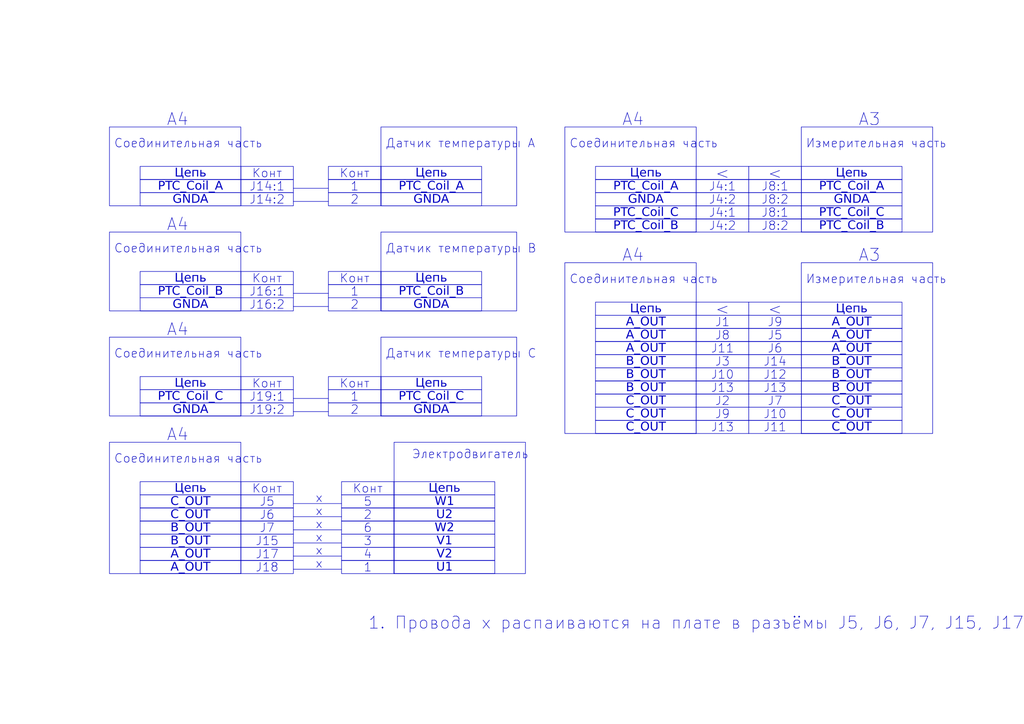
<source format=kicad_sch>
(kicad_sch (version 20230121) (generator eeschema)
  (paper "A4")
  (title_block (comment 1 "МПСТ.76721.758764.04.Э3.М"))
  (lib_symbols)
  (polyline (pts (xy 85.09 88.9) (xy 95.25 88.9)))
  (polyline (pts (xy 85.09 146.05) (xy 99.06 146.05)))
  (polyline (pts (xy 85.09 54.61) (xy 95.25 54.61)))
  (polyline (pts (xy 85.09 58.42) (xy 95.25 58.42)))
  (polyline (pts (xy 85.09 115.57) (xy 95.25 115.57)))
  (polyline (pts (xy 85.09 119.38) (xy 95.25 119.38)))
  (polyline (pts (xy 85.09 153.67) (xy 99.06 153.67)))
  (polyline (pts (xy 85.09 85.09) (xy 95.25 85.09)))
  (polyline (pts (xy 85.09 161.29) (xy 99.06 161.29)))
  (polyline (pts (xy 85.09 157.48) (xy 99.06 157.48)))
  (polyline (pts (xy 85.09 149.86) (xy 99.06 149.86)))
  (polyline (pts (xy 85.09 165.1) (xy 99.06 165.1)))
  (rectangle (start 232.41 76.2) (end 270.51 125.73))
  (rectangle (start 163.83 76.2) (end 201.93 125.73))
  (rectangle (start 114.3 128.27) (end 152.4 166.37))
  (rectangle (start 31.75 67.31) (end 69.85 90.17))
  (rectangle (start 163.83 36.83) (end 201.93 67.31))
  (rectangle (start 31.75 128.27) (end 69.85 166.37))
  (rectangle (start 110.49 36.83) (end 149.86 59.69))
  (rectangle (start 31.75 97.79) (end 69.85 120.65))
  (rectangle (start 110.49 97.79) (end 149.86 120.65))
  (rectangle (start 31.75 36.83) (end 69.85 59.69))
  (rectangle (start 110.49 67.31) (end 149.86 90.17))
  (rectangle (start 232.41 36.83) (end 270.51 67.31))
  (text_box "Цепь" (at 40.64 139.7 0) (size 29.21 3.81) (effects (font (size 2.5 2.5))))
  (text_box "PTC_Coil_C" (at 40.64 113.03 0) (size 29.21 3.81) (effects (font (size 2.5 2.5))))
  (text_box "A_OUT" (at 40.64 158.75 0) (size 29.21 3.81) (effects (font (size 2.5 2.5))))
  (text_box "J2" (at 201.93 114.3 0) (size 15.24 3.81) (effects (font (size 2.5 2.5))))
  (text_box "J11" (at 217.17 121.92 0) (size 15.24 3.81) (effects (font (size 2.5 2.5))))
  (text_box "J18" (at 69.85 162.56 0) (size 15.24 3.81) (effects (font (size 2.5 2.5))))
  (text_box "PTC_Coil_A" (at 232.41 52.07 0) (size 29.21 3.81) (effects (font (size 2.5 2.5))))
  (text_box "GNDA" (at 40.64 116.84 0) (size 29.21 3.81) (effects (font (size 2.5 2.5))))
  (text_box "J11" (at 201.93 99.06 0) (size 15.24 3.81) (effects (font (size 2.5 2.5))))
  (text_box "J12" (at 217.17 106.68 0) (size 15.24 3.81) (effects (font (size 2.5 2.5))))
  (text_box "GNDA" (at 172.72 55.88 0) (size 29.21 3.81) (effects (font (size 2.5 2.5))))
  (text_box "Цепь" (at 114.3 139.7 0) (size 29.21 3.81) (effects (font (size 2.5 2.5))))
  (text_box "U1" (at 114.3 162.56 0) (size 29.21 3.81) (effects (font (size 2.5 2.5))))
  (text_box "J13" (at 217.17 110.49 0) (size 15.24 3.81) (effects (font (size 2.5 2.5))))
  (text_box "C_OUT" (at 232.41 114.3 0) (size 29.21 3.81) (effects (font (size 2.5 2.5))))
  (text_box "1" (at 95.25 52.07 0) (size 15.24 3.81) (effects (font (size 2.5 2.5))))
  (text_box "PTC_Coil_A" (at 110.49 52.07 0) (size 29.21 3.81) (effects (font (size 2.5 2.5))))
  (text_box "J7" (at 69.85 151.13 0) (size 15.24 3.81) (effects (font (size 2.5 2.5))))
  (text_box "1" (at 95.25 82.55 0) (size 15.24 3.81) (effects (font (size 2.5 2.5))))
  (text_box "PTC_Coil_A" (at 40.64 52.07 0) (size 29.21 3.81) (effects (font (size 2.5 2.5))))
  (text_box "С_OUT" (at 40.64 147.32 0) (size 29.21 3.81) (effects (font (size 2.5 2.5))))
  (text_box "J14" (at 217.17 102.87 0) (size 15.24 3.81) (effects (font (size 2.5 2.5))))
  (text_box "J17" (at 69.85 158.75 0) (size 15.24 3.81) (effects (font (size 2.5 2.5))))
  (text_box "C_OUT" (at 172.72 114.3 0) (size 29.21 3.81) (effects (font (size 2.5 2.5))))
  (text_box "Конт" (at 99.06 139.7 0) (size 15.24 3.81) (effects (font (size 2.5 2.5))))
  (text_box "A_OUT" (at 40.64 162.56 0) (size 29.21 3.81) (effects (font (size 2.5 2.5))))
  (text_box "С_OUT" (at 40.64 143.51 0) (size 29.21 3.81) (effects (font (size 2.5 2.5))))
  (text_box "A_OUT" (at 172.72 99.06 0) (size 29.21 3.81) (effects (font (size 2.5 2.5))))
  (text_box "C_OUT" (at 172.72 118.11 0) (size 29.21 3.81) (effects (font (size 2.5 2.5))))
  (text_box "Цепь" (at 110.49 78.74 0) (size 29.21 3.81) (effects (font (size 2.5 2.5))))
  (text_box "J9" (at 201.93 118.11 0) (size 15.24 3.81) (effects (font (size 2.5 2.5))))
  (text_box "J19:1" (at 69.85 113.03 0) (size 15.24 3.81) (effects (font (size 2.5 2.5))))
  (text_box "2" (at 95.25 86.36 0) (size 15.24 3.81) (effects (font (size 2.5 2.5))))
  (text_box "Цепь" (at 172.72 48.26 0) (size 29.21 3.81) (effects (font (size 2.5 2.5))))
  (text_box "PTC_Coil_B" (at 40.64 82.55 0) (size 29.21 3.81) (effects (font (size 2.5 2.5))))
  (text_box "Конт" (at 95.25 109.22 0) (size 15.24 3.81) (effects (font (size 2.5 2.5))))
  (text_box "GNDA" (at 110.49 116.84 0) (size 29.21 3.81) (effects (font (size 2.5 2.5))))
  (text_box "PTC_Coil_B" (at 110.49 82.55 0) (size 29.21 3.81) (effects (font (size 2.5 2.5))))
  (text_box "J10\n" (at 217.17 118.11 0) (size 15.24 3.81) (effects (font (size 2.5 2.5))))
  (text_box "B_OUT" (at 232.41 102.87 0) (size 29.21 3.81) (effects (font (size 2.5 2.5))))
  (text_box "J4:2" (at 201.93 63.5 0) (size 15.24 3.81) (effects (font (size 2.5 2.5))))
  (text_box "<" (at 217.17 48.26 0) (size 15.24 3.81) (effects (font (size 3.5 3.5))))
  (text_box "2" (at 95.25 55.88 0) (size 15.24 3.81) (effects (font (size 2.5 2.5))))
  (text_box "Конт" (at 69.85 109.22 0) (size 15.24 3.81) (effects (font (size 2.5 2.5))))
  (text_box "B_OUT" (at 232.41 110.49 0) (size 29.21 3.81) (effects (font (size 2.5 2.5))))
  (text_box "Цепь" (at 110.49 48.26 0) (size 29.21 3.81) (effects (font (size 2.5 2.5))))
  (text_box "V2" (at 114.3 158.75 0) (size 29.21 3.81) (effects (font (size 2.5 2.5))))
  (text_box "B_OUT" (at 172.72 106.68 0) (size 29.21 3.81) (effects (font (size 2.5 2.5))))
  (text_box "B_OUT" (at 232.41 106.68 0) (size 29.21 3.81) (effects (font (size 2.5 2.5))))
  (text_box "Конт" (at 69.85 139.7 0) (size 15.24 3.81) (effects (font (size 2.5 2.5))))
  (text_box "A_OUT" (at 172.72 95.25 0) (size 29.21 3.81) (effects (font (size 2.5 2.5))))
  (text_box "Цепь" (at 172.72 87.63 0) (size 29.21 3.81) (effects (font (size 2.5 2.5))))
  (text_box "1" (at 95.25 113.03 0) (size 15.24 3.81) (effects (font (size 2.5 2.5))))
  (text_box "2" (at 99.06 147.32 0) (size 15.24 3.81) (effects (font (size 2.5 2.5))))
  (text_box "J15" (at 69.85 154.94 0) (size 15.24 3.81) (effects (font (size 2.5 2.5))))
  (text_box "PTC_Coil_C" (at 110.49 113.03 0) (size 29.21 3.81) (effects (font (size 2.5 2.5))))
  (text_box "J14:2" (at 69.85 55.88 0) (size 15.24 3.81) (effects (font (size 2.5 2.5))))
  (text_box "<" (at 201.93 48.26 0) (size 15.24 3.81) (effects (font (size 3.5 3.5))))
  (text_box "GNDA" (at 232.41 55.88 0) (size 29.21 3.81) (effects (font (size 2.5 2.5))))
  (text_box "J10" (at 201.93 106.68 0) (size 15.24 3.81) (effects (font (size 2.5 2.5))))
  (text_box "Цепь" (at 232.41 87.63 0) (size 29.21 3.81) (effects (font (size 2.5 2.5))))
  (text_box "J19:2" (at 69.85 116.84 0) (size 15.24 3.81) (effects (font (size 2.5 2.5))))
  (text_box "C_OUT" (at 232.41 118.11 0) (size 29.21 3.81) (effects (font (size 2.5 2.5))))
  (text_box "A_OUT" (at 232.41 99.06 0) (size 29.21 3.81) (effects (font (size 2.5 2.5))))
  (text_box "C_OUT" (at 232.41 121.92 0) (size 29.21 3.81) (effects (font (size 2.5 2.5))))
  (text_box "U2" (at 114.3 147.32 0) (size 29.21 3.81) (effects (font (size 2.5 2.5))))
  (text_box "6" (at 99.06 151.13 0) (size 15.24 3.81) (effects (font (size 2.5 2.5))))
  (text_box "J4:2" (at 201.93 55.88 0) (size 15.24 3.81) (effects (font (size 2.5 2.5))))
  (text_box "J13\n" (at 201.93 121.92 0) (size 15.24 3.81) (effects (font (size 2.5 2.5))))
  (text_box "<" (at 217.17 87.63 0) (size 15.24 3.81) (effects (font (size 3.5 3.5))))
  (text_box "Цепь" (at 40.64 78.74 0) (size 29.21 3.81) (effects (font (size 2.5 2.5))))
  (text_box "<" (at 201.93 87.63 0) (size 15.24 3.81) (effects (font (size 3.5 3.5))))
  (text_box "J3" (at 201.93 102.87 0) (size 15.24 3.81) (effects (font (size 2.5 2.5))))
  (text_box "PTC_Coil_С" (at 232.41 59.69 0) (size 29.21 3.81) (effects (font (size 2.5 2.5))))
  (text_box "Цепь" (at 232.41 48.26 0) (size 29.21 3.81) (effects (font (size 2.5 2.5))))
  (text_box "Цепь" (at 40.64 109.22 0) (size 29.21 3.81) (effects (font (size 2.5 2.5))))
  (text_box "Цепь" (at 110.49 109.22 0) (size 29.21 3.81) (effects (font (size 2.5 2.5))))
  (text_box "3" (at 99.06 154.94 0) (size 15.24 3.81) (effects (font (size 2.5 2.5))))
  (text_box "A_OUT" (at 172.72 91.44 0) (size 29.21 3.81) (effects (font (size 2.5 2.5))))
  (text_box "GNDA" (at 110.49 55.88 0) (size 29.21 3.81) (effects (font (size 2.5 2.5))))
  (text_box "J5" (at 217.17 95.25 0) (size 15.24 3.81) (effects (font (size 2.5 2.5))))
  (text_box "J14:1" (at 69.85 52.07 0) (size 15.24 3.81) (effects (font (size 2.5 2.5))))
  (text_box "J6" (at 217.17 99.06 0) (size 15.24 3.81) (effects (font (size 2.5 2.5))))
  (text_box "PTC_Coil_B" (at 172.72 63.5 0) (size 29.21 3.81) (effects (font (size 2.5 2.5))))
  (text_box "W2" (at 114.3 151.13 0) (size 29.21 3.81) (effects (font (size 2.5 2.5))))
  (text_box "PTC_Coil_A" (at 172.72 52.07 0) (size 29.21 3.81) (effects (font (size 2.5 2.5))))
  (text_box "J13" (at 201.93 110.49 0) (size 15.24 3.81) (effects (font (size 2.5 2.5))))
  (text_box "A_OUT" (at 232.41 91.44 0) (size 29.21 3.81) (effects (font (size 2.5 2.5))))
  (text_box "B_OUT" (at 40.64 154.94 0) (size 29.21 3.81) (effects (font (size 2.5 2.5))))
  (text_box "4" (at 99.06 158.75 0) (size 15.24 3.81) (effects (font (size 2.5 2.5))))
  (text_box "B_OUT" (at 172.72 110.49 0) (size 29.21 3.81) (effects (font (size 2.5 2.5))))
  (text_box "Конт" (at 69.85 48.26 0) (size 15.24 3.81) (effects (font (size 2.5 2.5))))
  (text_box "J8:2" (at 217.17 63.5 0) (size 15.24 3.81) (effects (font (size 2.5 2.5))))
  (text_box "J7" (at 217.17 114.3 0) (size 15.24 3.81) (effects (font (size 2.5 2.5))))
  (text_box "B_OUT" (at 40.64 151.13 0) (size 29.21 3.81) (effects (font (size 2.5 2.5))))
  (text_box "C_OUT" (at 172.72 121.92 0) (size 29.21 3.81) (effects (font (size 2.5 2.5))))
  (text_box "Цепь" (at 40.64 48.26 0) (size 29.21 3.81) (effects (font (size 2.5 2.5))))
  (text_box "Конт" (at 95.25 78.74 0) (size 15.24 3.81) (effects (font (size 2.5 2.5))))
  (text_box "Конт" (at 95.25 48.26 0) (size 15.24 3.81) (effects (font (size 2.5 2.5))))
  (text_box "PTC_Coil_С" (at 172.72 59.69 0) (size 29.21 3.81) (effects (font (size 2.5 2.5))))
  (text_box "J4:1" (at 201.93 59.69 0) (size 15.24 3.81) (effects (font (size 2.5 2.5))))
  (text_box "W1" (at 114.3 143.51 0) (size 29.21 3.81) (effects (font (size 2.5 2.5))))
  (text_box "5" (at 99.06 143.51 0) (size 15.24 3.81) (effects (font (size 2.5 2.5))))
  (text_box "GNDA" (at 40.64 86.36 0) (size 29.21 3.81) (effects (font (size 2.5 2.5))))
  (text_box "J16:1" (at 69.85 82.55 0) (size 15.24 3.81) (effects (font (size 2.5 2.5))))
  (text_box "J1" (at 201.93 91.44 0) (size 15.24 3.81) (effects (font (size 2.5 2.5))))
  (text_box "J8:2" (at 217.17 55.88 0) (size 15.24 3.81) (effects (font (size 2.5 2.5))))
  (text_box "PTC_Coil_B" (at 232.41 63.5 0) (size 29.21 3.81) (effects (font (size 2.5 2.5))))
  (text_box "2" (at 95.25 116.84 0) (size 15.24 3.81) (effects (font (size 2.5 2.5))))
  (text_box "J4:1" (at 201.93 52.07 0) (size 15.24 3.81) (effects (font (size 2.5 2.5))))
  (text_box "J8:1" (at 217.17 59.69 0) (size 15.24 3.81) (effects (font (size 2.5 2.5))))
  (text_box "GNDA" (at 40.64 55.88 0) (size 29.21 3.81) (effects (font (size 2.5 2.5))))
  (text_box "B_OUT" (at 172.72 102.87 0) (size 29.21 3.81) (effects (font (size 2.5 2.5))))
  (text_box "J9" (at 217.17 91.44 0) (size 15.24 3.81) (effects (font (size 2.5 2.5))))
  (text_box "J6" (at 69.85 147.32 0) (size 15.24 3.81) (effects (font (size 2.5 2.5))))
  (text_box "J8:1" (at 217.17 52.07 0) (size 15.24 3.81) (effects (font (size 2.5 2.5))))
  (text_box "GNDA" (at 110.49 86.36 0) (size 29.21 3.81) (effects (font (size 2.5 2.5))))
  (text_box "1" (at 99.06 162.56 0) (size 15.24 3.81) (effects (font (size 2.5 2.5))))
  (text_box "V1" (at 114.3 154.94 0) (size 29.21 3.81) (effects (font (size 2.5 2.5))))
  (text_box "J8" (at 201.93 95.25 0) (size 15.24 3.81) (effects (font (size 2.5 2.5))))
  (text_box "Конт" (at 69.85 78.74 0) (size 15.24 3.81) (effects (font (size 2.5 2.5))))
  (text_box "A_OUT" (at 232.41 95.25 0) (size 29.21 3.81) (effects (font (size 2.5 2.5))))
  (text_box "J16:2" (at 69.85 86.36 0) (size 15.24 3.81) (effects (font (size 2.5 2.5))))
  (text_box "J5" (at 69.85 143.51 0) (size 15.24 3.81) (effects (font (size 2.5 2.5))))
  (text "Датчик температуры B" (at 111.76 73.66 0) (effects (font (size 2.5 2.5)) (justify left bottom)))
  (text "Соединительная часть" (at 165.1 43.18 0) (effects (font (size 2.5 2.5)) (justify left bottom)))
  (text "x" (at 91.44 153.67 0) (effects (font (size 2.5 2.5)) (justify left bottom)))
  (text "A4" (at 180.34 36.83 0) (effects (font (size 3.5 3.5)) (justify left bottom)))
  (text "Измерительная часть" (at 233.68 43.18 0) (effects (font (size 2.5 2.5)) (justify left bottom)))
  (text "Датчик температуры C" (at 111.76 104.14 0) (effects (font (size 2.5 2.5)) (justify left bottom)))
  (text "Датчик температуры А" (at 111.76 43.18 0) (effects (font (size 2.5 2.5)) (justify left bottom)))
  (text "A4" (at 48.26 67.31 0) (effects (font (size 3.5 3.5)) (justify left bottom)))
  (text "1. Провода х распаиваются на плате в разъёмы J5, J6, J7, J15, J17, J18." (at 106.68 182.88 0) (effects (font (size 3.5 3.5)) (justify left bottom)))
  (text "A4" (at 48.26 128.27 0) (effects (font (size 3.5 3.5)) (justify left bottom)))
  (text "x" (at 91.44 161.29 0) (effects (font (size 2.5 2.5)) (justify left bottom)))
  (text "Соединительная часть" (at 33.02 43.18 0) (effects (font (size 2.5 2.5)) (justify left bottom)))
  (text "Измерительная часть" (at 233.68 82.55 0) (effects (font (size 2.5 2.5)) (justify left bottom)))
  (text "A4" (at 180.34 76.2 0) (effects (font (size 3.5 3.5)) (justify left bottom)))
  (text "A4" (at 48.26 97.79 0) (effects (font (size 3.5 3.5)) (justify left bottom)))
  (text "x" (at 91.44 165.1 0) (effects (font (size 2.5 2.5)) (justify left bottom)))
  (text "Соединительная часть" (at 165.1 82.55 0) (effects (font (size 2.5 2.5)) (justify left bottom)))
  (text "Электродвигатель" (at 119.38 133.35 0) (effects (font (size 2.5 2.5)) (justify left bottom)))
  (text "x" (at 91.44 146.05 0) (effects (font (size 2.5 2.5)) (justify left bottom)))
  (text "A3" (at 248.92 76.2 0) (effects (font (size 3.5 3.5)) (justify left bottom)))
  (text "Соединительная часть" (at 33.02 73.66 0) (effects (font (size 2.5 2.5)) (justify left bottom)))
  (text "x" (at 91.44 157.48 0) (effects (font (size 2.5 2.5)) (justify left bottom)))
  (text "x" (at 91.44 149.86 0) (effects (font (size 2.5 2.5)) (justify left bottom)))
  (text "Соединительная часть" (at 33.02 134.62 0) (effects (font (size 2.5 2.5)) (justify left bottom)))
  (text "Соединительная часть" (at 33.02 104.14 0) (effects (font (size 2.5 2.5)) (justify left bottom)))
  (text "A4" (at 48.26 36.83 0) (effects (font (size 3.5 3.5)) (justify left bottom)))
  (text "A3" (at 248.92 36.83 0) (effects (font (size 3.5 3.5)) (justify left bottom)))
)
</source>
